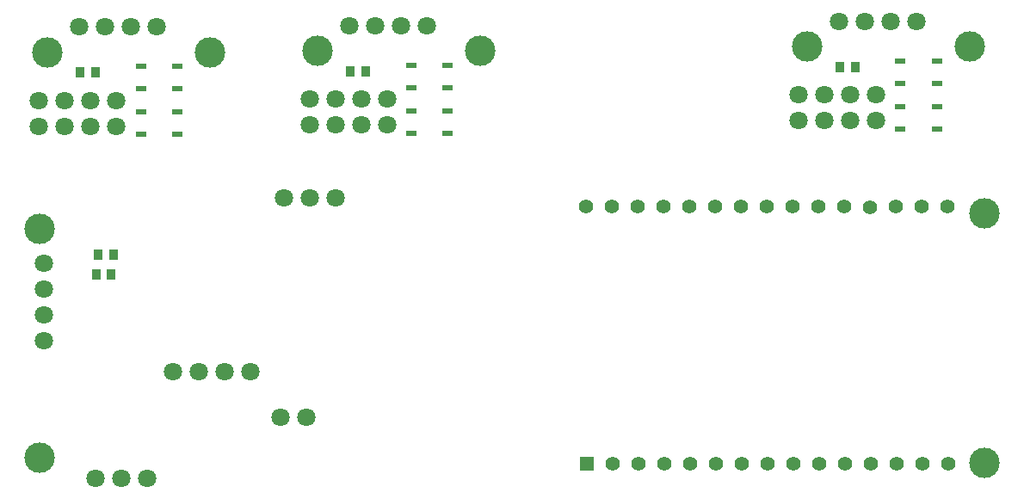
<source format=gbr>
G04 #@! TF.FileFunction,Soldermask,Top*
%FSLAX46Y46*%
G04 Gerber Fmt 4.6, Leading zero omitted, Abs format (unit mm)*
G04 Created by KiCad (PCBNEW 4.0.7) date 03/28/19 16:01:04*
%MOMM*%
%LPD*%
G01*
G04 APERTURE LIST*
%ADD10C,0.050000*%
%ADD11R,1.000000X0.600000*%
%ADD12C,1.800000*%
%ADD13R,0.899160X1.000760*%
%ADD14R,0.900000X1.000000*%
%ADD15C,3.000000*%
%ADD16C,1.397000*%
%ADD17R,1.397000X1.397000*%
G04 APERTURE END LIST*
D10*
D11*
X174700000Y-114450000D03*
X174700000Y-116650000D03*
X178300000Y-114450000D03*
X178300000Y-116650000D03*
X178300000Y-112150000D03*
X178300000Y-109950000D03*
X174700000Y-112150000D03*
X174700000Y-109950000D03*
D12*
X169770000Y-115820000D03*
X172310000Y-115820000D03*
X167230000Y-115820000D03*
X164690000Y-115820000D03*
X164690000Y-113280000D03*
X167230000Y-113280000D03*
X172310000Y-113280000D03*
X169770000Y-113280000D03*
X168650000Y-106050000D03*
X171190000Y-106050000D03*
X176259840Y-106050000D03*
X173719840Y-106050000D03*
D13*
X170251840Y-110550000D03*
D14*
X168748160Y-110550000D03*
D15*
X181500000Y-108550000D03*
X165500000Y-108550000D03*
D11*
X126550000Y-114900000D03*
X126550000Y-117100000D03*
X130150000Y-114900000D03*
X130150000Y-117100000D03*
X130150000Y-112600000D03*
X130150000Y-110400000D03*
X126550000Y-112600000D03*
X126550000Y-110400000D03*
D12*
X121620000Y-116270000D03*
X124160000Y-116270000D03*
X119080000Y-116270000D03*
X116540000Y-116270000D03*
X116540000Y-113730000D03*
X119080000Y-113730000D03*
X124160000Y-113730000D03*
X121620000Y-113730000D03*
X120500000Y-106500000D03*
X123040000Y-106500000D03*
X128109840Y-106500000D03*
X125569840Y-106500000D03*
D13*
X122101840Y-111000000D03*
D14*
X120598160Y-111000000D03*
D15*
X133350000Y-109000000D03*
X117350000Y-109000000D03*
X90000000Y-149000000D03*
X90000000Y-126500000D03*
X183000000Y-149500000D03*
X183000000Y-125000000D03*
D12*
X113740160Y-145000000D03*
X116280160Y-145000000D03*
X119126000Y-123444000D03*
X116586000Y-123444000D03*
X114046000Y-123444000D03*
X100540000Y-151000000D03*
X98000000Y-151000000D03*
X95460000Y-151000000D03*
D13*
X97251840Y-129000000D03*
X95748160Y-129000000D03*
X97051840Y-131000000D03*
X95548160Y-131000000D03*
D12*
X103150000Y-140500000D03*
X105690000Y-140500000D03*
X110759840Y-140500000D03*
X108219840Y-140500000D03*
X90400000Y-129850000D03*
X90400000Y-132390000D03*
X90400000Y-137459840D03*
X90400000Y-134919840D03*
D16*
X166609200Y-124300000D03*
X169149200Y-124300000D03*
X164069200Y-124300000D03*
X161529200Y-124300000D03*
X158989200Y-124300000D03*
X179410800Y-149623800D03*
X179309200Y-124300000D03*
X176769200Y-124300000D03*
X171689200Y-124350800D03*
X174229200Y-124300000D03*
X143749200Y-124300000D03*
X146289200Y-124300000D03*
X148829200Y-124300000D03*
X151369200Y-124300000D03*
X156449200Y-124300000D03*
X153909200Y-124300000D03*
X174330800Y-149623800D03*
X176870800Y-149623800D03*
X171790800Y-149623800D03*
X169250800Y-149623800D03*
X166710800Y-149623800D03*
D17*
X143850800Y-149623800D03*
D16*
X146360800Y-149623800D03*
X148930800Y-149623800D03*
X151470800Y-149623800D03*
X154010800Y-149623800D03*
X156550800Y-149623800D03*
X159090800Y-149623800D03*
X164170800Y-149623800D03*
X161630800Y-149623800D03*
D15*
X90750000Y-109100000D03*
X106750000Y-109100000D03*
D13*
X95501840Y-111100000D03*
D14*
X93998160Y-111100000D03*
D12*
X93900000Y-106600000D03*
X96440000Y-106600000D03*
X101509840Y-106600000D03*
X98969840Y-106600000D03*
X95020000Y-116370000D03*
X97560000Y-116370000D03*
X92480000Y-116370000D03*
X89940000Y-116370000D03*
X89940000Y-113830000D03*
X92480000Y-113830000D03*
X97560000Y-113830000D03*
X95020000Y-113830000D03*
D11*
X103550000Y-112700000D03*
X103550000Y-110500000D03*
X99950000Y-112700000D03*
X99950000Y-110500000D03*
X99950000Y-115000000D03*
X99950000Y-117200000D03*
X103550000Y-115000000D03*
X103550000Y-117200000D03*
M02*

</source>
